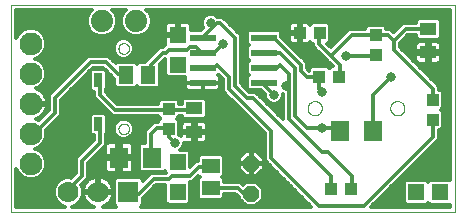
<source format=gtl>
G75*
%MOIN*%
%OFA0B0*%
%FSLAX25Y25*%
%IPPOS*%
%LPD*%
%AMOC8*
5,1,8,0,0,1.08239X$1,22.5*
%
%ADD10C,0.00100*%
%ADD11R,0.05118X0.05906*%
%ADD12OC8,0.05200*%
%ADD13R,0.05906X0.05118*%
%ADD14C,0.07000*%
%ADD15R,0.07000X0.07000*%
%ADD16C,0.00000*%
%ADD17C,0.07400*%
%ADD18C,0.07600*%
%ADD19R,0.05543X0.05543*%
%ADD20R,0.06299X0.07087*%
%ADD21R,0.05512X0.04331*%
%ADD22R,0.08661X0.02362*%
%ADD23R,0.04331X0.03937*%
%ADD24R,0.03937X0.04331*%
%ADD25R,0.02756X0.04724*%
%ADD26C,0.01200*%
%ADD27C,0.03150*%
D10*
X0002600Y0004600D02*
X0002600Y0073600D01*
X0150600Y0073600D01*
X0150600Y0004600D01*
X0002600Y0004600D01*
D11*
X0040860Y0050100D03*
X0048340Y0050100D03*
D12*
X0082600Y0020600D03*
X0082600Y0010600D03*
D13*
X0069100Y0012360D03*
X0069100Y0019840D03*
D14*
X0031600Y0011100D03*
X0021600Y0011100D03*
D15*
X0041600Y0011100D03*
D16*
X0038328Y0032214D02*
X0038330Y0032298D01*
X0038336Y0032381D01*
X0038346Y0032464D01*
X0038360Y0032547D01*
X0038377Y0032629D01*
X0038399Y0032710D01*
X0038424Y0032789D01*
X0038453Y0032868D01*
X0038486Y0032945D01*
X0038522Y0033020D01*
X0038562Y0033094D01*
X0038605Y0033166D01*
X0038652Y0033235D01*
X0038702Y0033302D01*
X0038755Y0033367D01*
X0038811Y0033429D01*
X0038869Y0033489D01*
X0038931Y0033546D01*
X0038995Y0033599D01*
X0039062Y0033650D01*
X0039131Y0033697D01*
X0039202Y0033742D01*
X0039275Y0033782D01*
X0039350Y0033819D01*
X0039427Y0033853D01*
X0039505Y0033883D01*
X0039584Y0033909D01*
X0039665Y0033932D01*
X0039747Y0033950D01*
X0039829Y0033965D01*
X0039912Y0033976D01*
X0039995Y0033983D01*
X0040079Y0033986D01*
X0040163Y0033985D01*
X0040246Y0033980D01*
X0040330Y0033971D01*
X0040412Y0033958D01*
X0040494Y0033942D01*
X0040575Y0033921D01*
X0040656Y0033897D01*
X0040734Y0033869D01*
X0040812Y0033837D01*
X0040888Y0033801D01*
X0040962Y0033762D01*
X0041034Y0033720D01*
X0041104Y0033674D01*
X0041172Y0033625D01*
X0041237Y0033573D01*
X0041300Y0033518D01*
X0041360Y0033460D01*
X0041418Y0033399D01*
X0041472Y0033335D01*
X0041524Y0033269D01*
X0041572Y0033201D01*
X0041617Y0033130D01*
X0041658Y0033057D01*
X0041697Y0032983D01*
X0041731Y0032907D01*
X0041762Y0032829D01*
X0041789Y0032750D01*
X0041813Y0032669D01*
X0041832Y0032588D01*
X0041848Y0032506D01*
X0041860Y0032423D01*
X0041868Y0032339D01*
X0041872Y0032256D01*
X0041872Y0032172D01*
X0041868Y0032089D01*
X0041860Y0032005D01*
X0041848Y0031922D01*
X0041832Y0031840D01*
X0041813Y0031759D01*
X0041789Y0031678D01*
X0041762Y0031599D01*
X0041731Y0031521D01*
X0041697Y0031445D01*
X0041658Y0031371D01*
X0041617Y0031298D01*
X0041572Y0031227D01*
X0041524Y0031159D01*
X0041472Y0031093D01*
X0041418Y0031029D01*
X0041360Y0030968D01*
X0041300Y0030910D01*
X0041237Y0030855D01*
X0041172Y0030803D01*
X0041104Y0030754D01*
X0041034Y0030708D01*
X0040962Y0030666D01*
X0040888Y0030627D01*
X0040812Y0030591D01*
X0040734Y0030559D01*
X0040656Y0030531D01*
X0040575Y0030507D01*
X0040494Y0030486D01*
X0040412Y0030470D01*
X0040330Y0030457D01*
X0040246Y0030448D01*
X0040163Y0030443D01*
X0040079Y0030442D01*
X0039995Y0030445D01*
X0039912Y0030452D01*
X0039829Y0030463D01*
X0039747Y0030478D01*
X0039665Y0030496D01*
X0039584Y0030519D01*
X0039505Y0030545D01*
X0039427Y0030575D01*
X0039350Y0030609D01*
X0039275Y0030646D01*
X0039202Y0030686D01*
X0039131Y0030731D01*
X0039062Y0030778D01*
X0038995Y0030829D01*
X0038931Y0030882D01*
X0038869Y0030939D01*
X0038811Y0030999D01*
X0038755Y0031061D01*
X0038702Y0031126D01*
X0038652Y0031193D01*
X0038605Y0031262D01*
X0038562Y0031334D01*
X0038522Y0031408D01*
X0038486Y0031483D01*
X0038453Y0031560D01*
X0038424Y0031639D01*
X0038399Y0031718D01*
X0038377Y0031799D01*
X0038360Y0031881D01*
X0038346Y0031964D01*
X0038336Y0032047D01*
X0038330Y0032130D01*
X0038328Y0032214D01*
X0038328Y0058986D02*
X0038330Y0059070D01*
X0038336Y0059153D01*
X0038346Y0059236D01*
X0038360Y0059319D01*
X0038377Y0059401D01*
X0038399Y0059482D01*
X0038424Y0059561D01*
X0038453Y0059640D01*
X0038486Y0059717D01*
X0038522Y0059792D01*
X0038562Y0059866D01*
X0038605Y0059938D01*
X0038652Y0060007D01*
X0038702Y0060074D01*
X0038755Y0060139D01*
X0038811Y0060201D01*
X0038869Y0060261D01*
X0038931Y0060318D01*
X0038995Y0060371D01*
X0039062Y0060422D01*
X0039131Y0060469D01*
X0039202Y0060514D01*
X0039275Y0060554D01*
X0039350Y0060591D01*
X0039427Y0060625D01*
X0039505Y0060655D01*
X0039584Y0060681D01*
X0039665Y0060704D01*
X0039747Y0060722D01*
X0039829Y0060737D01*
X0039912Y0060748D01*
X0039995Y0060755D01*
X0040079Y0060758D01*
X0040163Y0060757D01*
X0040246Y0060752D01*
X0040330Y0060743D01*
X0040412Y0060730D01*
X0040494Y0060714D01*
X0040575Y0060693D01*
X0040656Y0060669D01*
X0040734Y0060641D01*
X0040812Y0060609D01*
X0040888Y0060573D01*
X0040962Y0060534D01*
X0041034Y0060492D01*
X0041104Y0060446D01*
X0041172Y0060397D01*
X0041237Y0060345D01*
X0041300Y0060290D01*
X0041360Y0060232D01*
X0041418Y0060171D01*
X0041472Y0060107D01*
X0041524Y0060041D01*
X0041572Y0059973D01*
X0041617Y0059902D01*
X0041658Y0059829D01*
X0041697Y0059755D01*
X0041731Y0059679D01*
X0041762Y0059601D01*
X0041789Y0059522D01*
X0041813Y0059441D01*
X0041832Y0059360D01*
X0041848Y0059278D01*
X0041860Y0059195D01*
X0041868Y0059111D01*
X0041872Y0059028D01*
X0041872Y0058944D01*
X0041868Y0058861D01*
X0041860Y0058777D01*
X0041848Y0058694D01*
X0041832Y0058612D01*
X0041813Y0058531D01*
X0041789Y0058450D01*
X0041762Y0058371D01*
X0041731Y0058293D01*
X0041697Y0058217D01*
X0041658Y0058143D01*
X0041617Y0058070D01*
X0041572Y0057999D01*
X0041524Y0057931D01*
X0041472Y0057865D01*
X0041418Y0057801D01*
X0041360Y0057740D01*
X0041300Y0057682D01*
X0041237Y0057627D01*
X0041172Y0057575D01*
X0041104Y0057526D01*
X0041034Y0057480D01*
X0040962Y0057438D01*
X0040888Y0057399D01*
X0040812Y0057363D01*
X0040734Y0057331D01*
X0040656Y0057303D01*
X0040575Y0057279D01*
X0040494Y0057258D01*
X0040412Y0057242D01*
X0040330Y0057229D01*
X0040246Y0057220D01*
X0040163Y0057215D01*
X0040079Y0057214D01*
X0039995Y0057217D01*
X0039912Y0057224D01*
X0039829Y0057235D01*
X0039747Y0057250D01*
X0039665Y0057268D01*
X0039584Y0057291D01*
X0039505Y0057317D01*
X0039427Y0057347D01*
X0039350Y0057381D01*
X0039275Y0057418D01*
X0039202Y0057458D01*
X0039131Y0057503D01*
X0039062Y0057550D01*
X0038995Y0057601D01*
X0038931Y0057654D01*
X0038869Y0057711D01*
X0038811Y0057771D01*
X0038755Y0057833D01*
X0038702Y0057898D01*
X0038652Y0057965D01*
X0038605Y0058034D01*
X0038562Y0058106D01*
X0038522Y0058180D01*
X0038486Y0058255D01*
X0038453Y0058332D01*
X0038424Y0058411D01*
X0038399Y0058490D01*
X0038377Y0058571D01*
X0038360Y0058653D01*
X0038346Y0058736D01*
X0038336Y0058819D01*
X0038330Y0058902D01*
X0038328Y0058986D01*
X0101380Y0039072D02*
X0101382Y0039169D01*
X0101388Y0039266D01*
X0101398Y0039362D01*
X0101412Y0039458D01*
X0101430Y0039554D01*
X0101451Y0039648D01*
X0101477Y0039742D01*
X0101506Y0039834D01*
X0101540Y0039925D01*
X0101576Y0040015D01*
X0101617Y0040103D01*
X0101661Y0040189D01*
X0101709Y0040274D01*
X0101760Y0040356D01*
X0101814Y0040437D01*
X0101872Y0040515D01*
X0101933Y0040590D01*
X0101996Y0040663D01*
X0102063Y0040734D01*
X0102133Y0040801D01*
X0102205Y0040866D01*
X0102280Y0040927D01*
X0102358Y0040986D01*
X0102437Y0041041D01*
X0102519Y0041093D01*
X0102603Y0041141D01*
X0102689Y0041186D01*
X0102777Y0041228D01*
X0102866Y0041266D01*
X0102957Y0041300D01*
X0103049Y0041330D01*
X0103142Y0041357D01*
X0103237Y0041379D01*
X0103332Y0041398D01*
X0103428Y0041413D01*
X0103524Y0041424D01*
X0103621Y0041431D01*
X0103718Y0041434D01*
X0103815Y0041433D01*
X0103912Y0041428D01*
X0104008Y0041419D01*
X0104104Y0041406D01*
X0104200Y0041389D01*
X0104295Y0041368D01*
X0104388Y0041344D01*
X0104481Y0041315D01*
X0104573Y0041283D01*
X0104663Y0041247D01*
X0104751Y0041208D01*
X0104838Y0041164D01*
X0104923Y0041118D01*
X0105006Y0041067D01*
X0105087Y0041014D01*
X0105165Y0040957D01*
X0105242Y0040897D01*
X0105315Y0040834D01*
X0105386Y0040768D01*
X0105454Y0040699D01*
X0105520Y0040627D01*
X0105582Y0040553D01*
X0105641Y0040476D01*
X0105697Y0040397D01*
X0105750Y0040315D01*
X0105800Y0040232D01*
X0105845Y0040146D01*
X0105888Y0040059D01*
X0105927Y0039970D01*
X0105962Y0039880D01*
X0105993Y0039788D01*
X0106020Y0039695D01*
X0106044Y0039601D01*
X0106064Y0039506D01*
X0106080Y0039410D01*
X0106092Y0039314D01*
X0106100Y0039217D01*
X0106104Y0039120D01*
X0106104Y0039024D01*
X0106100Y0038927D01*
X0106092Y0038830D01*
X0106080Y0038734D01*
X0106064Y0038638D01*
X0106044Y0038543D01*
X0106020Y0038449D01*
X0105993Y0038356D01*
X0105962Y0038264D01*
X0105927Y0038174D01*
X0105888Y0038085D01*
X0105845Y0037998D01*
X0105800Y0037912D01*
X0105750Y0037829D01*
X0105697Y0037747D01*
X0105641Y0037668D01*
X0105582Y0037591D01*
X0105520Y0037517D01*
X0105454Y0037445D01*
X0105386Y0037376D01*
X0105315Y0037310D01*
X0105242Y0037247D01*
X0105165Y0037187D01*
X0105087Y0037130D01*
X0105006Y0037077D01*
X0104923Y0037026D01*
X0104838Y0036980D01*
X0104751Y0036936D01*
X0104663Y0036897D01*
X0104573Y0036861D01*
X0104481Y0036829D01*
X0104388Y0036800D01*
X0104295Y0036776D01*
X0104200Y0036755D01*
X0104104Y0036738D01*
X0104008Y0036725D01*
X0103912Y0036716D01*
X0103815Y0036711D01*
X0103718Y0036710D01*
X0103621Y0036713D01*
X0103524Y0036720D01*
X0103428Y0036731D01*
X0103332Y0036746D01*
X0103237Y0036765D01*
X0103142Y0036787D01*
X0103049Y0036814D01*
X0102957Y0036844D01*
X0102866Y0036878D01*
X0102777Y0036916D01*
X0102689Y0036958D01*
X0102603Y0037003D01*
X0102519Y0037051D01*
X0102437Y0037103D01*
X0102358Y0037158D01*
X0102280Y0037217D01*
X0102205Y0037278D01*
X0102133Y0037343D01*
X0102063Y0037410D01*
X0101996Y0037481D01*
X0101933Y0037554D01*
X0101872Y0037629D01*
X0101814Y0037707D01*
X0101760Y0037788D01*
X0101709Y0037870D01*
X0101661Y0037955D01*
X0101617Y0038041D01*
X0101576Y0038129D01*
X0101540Y0038219D01*
X0101506Y0038310D01*
X0101477Y0038402D01*
X0101451Y0038496D01*
X0101430Y0038590D01*
X0101412Y0038686D01*
X0101398Y0038782D01*
X0101388Y0038878D01*
X0101382Y0038975D01*
X0101380Y0039072D01*
X0128939Y0039072D02*
X0128941Y0039169D01*
X0128947Y0039266D01*
X0128957Y0039362D01*
X0128971Y0039458D01*
X0128989Y0039554D01*
X0129010Y0039648D01*
X0129036Y0039742D01*
X0129065Y0039834D01*
X0129099Y0039925D01*
X0129135Y0040015D01*
X0129176Y0040103D01*
X0129220Y0040189D01*
X0129268Y0040274D01*
X0129319Y0040356D01*
X0129373Y0040437D01*
X0129431Y0040515D01*
X0129492Y0040590D01*
X0129555Y0040663D01*
X0129622Y0040734D01*
X0129692Y0040801D01*
X0129764Y0040866D01*
X0129839Y0040927D01*
X0129917Y0040986D01*
X0129996Y0041041D01*
X0130078Y0041093D01*
X0130162Y0041141D01*
X0130248Y0041186D01*
X0130336Y0041228D01*
X0130425Y0041266D01*
X0130516Y0041300D01*
X0130608Y0041330D01*
X0130701Y0041357D01*
X0130796Y0041379D01*
X0130891Y0041398D01*
X0130987Y0041413D01*
X0131083Y0041424D01*
X0131180Y0041431D01*
X0131277Y0041434D01*
X0131374Y0041433D01*
X0131471Y0041428D01*
X0131567Y0041419D01*
X0131663Y0041406D01*
X0131759Y0041389D01*
X0131854Y0041368D01*
X0131947Y0041344D01*
X0132040Y0041315D01*
X0132132Y0041283D01*
X0132222Y0041247D01*
X0132310Y0041208D01*
X0132397Y0041164D01*
X0132482Y0041118D01*
X0132565Y0041067D01*
X0132646Y0041014D01*
X0132724Y0040957D01*
X0132801Y0040897D01*
X0132874Y0040834D01*
X0132945Y0040768D01*
X0133013Y0040699D01*
X0133079Y0040627D01*
X0133141Y0040553D01*
X0133200Y0040476D01*
X0133256Y0040397D01*
X0133309Y0040315D01*
X0133359Y0040232D01*
X0133404Y0040146D01*
X0133447Y0040059D01*
X0133486Y0039970D01*
X0133521Y0039880D01*
X0133552Y0039788D01*
X0133579Y0039695D01*
X0133603Y0039601D01*
X0133623Y0039506D01*
X0133639Y0039410D01*
X0133651Y0039314D01*
X0133659Y0039217D01*
X0133663Y0039120D01*
X0133663Y0039024D01*
X0133659Y0038927D01*
X0133651Y0038830D01*
X0133639Y0038734D01*
X0133623Y0038638D01*
X0133603Y0038543D01*
X0133579Y0038449D01*
X0133552Y0038356D01*
X0133521Y0038264D01*
X0133486Y0038174D01*
X0133447Y0038085D01*
X0133404Y0037998D01*
X0133359Y0037912D01*
X0133309Y0037829D01*
X0133256Y0037747D01*
X0133200Y0037668D01*
X0133141Y0037591D01*
X0133079Y0037517D01*
X0133013Y0037445D01*
X0132945Y0037376D01*
X0132874Y0037310D01*
X0132801Y0037247D01*
X0132724Y0037187D01*
X0132646Y0037130D01*
X0132565Y0037077D01*
X0132482Y0037026D01*
X0132397Y0036980D01*
X0132310Y0036936D01*
X0132222Y0036897D01*
X0132132Y0036861D01*
X0132040Y0036829D01*
X0131947Y0036800D01*
X0131854Y0036776D01*
X0131759Y0036755D01*
X0131663Y0036738D01*
X0131567Y0036725D01*
X0131471Y0036716D01*
X0131374Y0036711D01*
X0131277Y0036710D01*
X0131180Y0036713D01*
X0131083Y0036720D01*
X0130987Y0036731D01*
X0130891Y0036746D01*
X0130796Y0036765D01*
X0130701Y0036787D01*
X0130608Y0036814D01*
X0130516Y0036844D01*
X0130425Y0036878D01*
X0130336Y0036916D01*
X0130248Y0036958D01*
X0130162Y0037003D01*
X0130078Y0037051D01*
X0129996Y0037103D01*
X0129917Y0037158D01*
X0129839Y0037217D01*
X0129764Y0037278D01*
X0129692Y0037343D01*
X0129622Y0037410D01*
X0129555Y0037481D01*
X0129492Y0037554D01*
X0129431Y0037629D01*
X0129373Y0037707D01*
X0129319Y0037788D01*
X0129268Y0037870D01*
X0129220Y0037955D01*
X0129176Y0038041D01*
X0129135Y0038129D01*
X0129099Y0038219D01*
X0129065Y0038310D01*
X0129036Y0038402D01*
X0129010Y0038496D01*
X0128989Y0038590D01*
X0128971Y0038686D01*
X0128957Y0038782D01*
X0128947Y0038878D01*
X0128941Y0038975D01*
X0128939Y0039072D01*
D17*
X0044300Y0068100D03*
X0032900Y0068100D03*
D18*
X0009100Y0060600D03*
X0009100Y0050600D03*
X0009100Y0040600D03*
X0009100Y0030600D03*
X0009100Y0020600D03*
D19*
X0058100Y0021100D03*
X0058100Y0011100D03*
X0137600Y0011100D03*
X0145600Y0011100D03*
X0058100Y0053600D03*
X0058100Y0063600D03*
D20*
X0112088Y0031600D03*
X0123112Y0031600D03*
X0049612Y0022600D03*
X0038588Y0022600D03*
D21*
X0063600Y0031163D03*
X0063600Y0039037D03*
X0141600Y0057663D03*
X0141600Y0065537D03*
D22*
X0086836Y0062600D03*
X0086836Y0057600D03*
X0086836Y0052600D03*
X0086836Y0047600D03*
X0066364Y0047600D03*
X0066364Y0052600D03*
X0066364Y0057600D03*
X0066364Y0062600D03*
D23*
X0055100Y0038946D03*
X0055100Y0032254D03*
X0124100Y0056754D03*
X0124100Y0063446D03*
X0143100Y0041946D03*
X0143100Y0035254D03*
D24*
X0111946Y0049600D03*
X0105254Y0049600D03*
X0105446Y0064100D03*
X0098754Y0064100D03*
X0109254Y0012100D03*
X0115946Y0012100D03*
D25*
X0031600Y0033817D03*
X0031600Y0048383D03*
D26*
X0032100Y0047600D01*
X0032100Y0043600D01*
X0037100Y0038600D01*
X0055100Y0038600D01*
X0055100Y0038946D01*
X0055100Y0038600D02*
X0063100Y0038600D01*
X0063600Y0039037D01*
X0067756Y0039357D02*
X0078515Y0039357D01*
X0079713Y0038158D02*
X0067756Y0038158D01*
X0067756Y0036960D02*
X0080912Y0036960D01*
X0082110Y0035761D02*
X0067225Y0035761D01*
X0066936Y0035472D02*
X0067756Y0036292D01*
X0067756Y0041782D01*
X0066936Y0042602D01*
X0060264Y0042602D01*
X0059444Y0041782D01*
X0059444Y0040600D01*
X0058665Y0040600D01*
X0058665Y0041495D01*
X0057845Y0042315D01*
X0052355Y0042315D01*
X0051535Y0041495D01*
X0051535Y0040600D01*
X0037928Y0040600D01*
X0034100Y0044428D01*
X0034100Y0045163D01*
X0034378Y0045441D01*
X0034378Y0051326D01*
X0033558Y0052146D01*
X0029642Y0052146D01*
X0028822Y0051326D01*
X0028822Y0045441D01*
X0029642Y0044621D01*
X0030100Y0044621D01*
X0030100Y0042772D01*
X0035100Y0037772D01*
X0036272Y0036600D01*
X0051535Y0036600D01*
X0051535Y0036398D01*
X0052333Y0035600D01*
X0051535Y0034802D01*
X0051535Y0034600D01*
X0050272Y0034600D01*
X0048272Y0032600D01*
X0047100Y0031428D01*
X0047100Y0027543D01*
X0045882Y0027543D01*
X0045062Y0026723D01*
X0045062Y0018477D01*
X0045882Y0017657D01*
X0053341Y0017657D01*
X0053928Y0018244D01*
X0053928Y0017748D01*
X0054077Y0017600D01*
X0049272Y0017600D01*
X0046500Y0014828D01*
X0046500Y0015180D01*
X0045680Y0016000D01*
X0037520Y0016000D01*
X0036700Y0015180D01*
X0036700Y0007020D01*
X0037470Y0006250D01*
X0033177Y0006250D01*
X0033558Y0006374D01*
X0034273Y0006738D01*
X0034922Y0007210D01*
X0035490Y0007778D01*
X0035962Y0008427D01*
X0036326Y0009142D01*
X0036574Y0009906D01*
X0036700Y0010699D01*
X0036700Y0010814D01*
X0031886Y0010814D01*
X0031886Y0011386D01*
X0031314Y0011386D01*
X0031314Y0016200D01*
X0031199Y0016200D01*
X0030406Y0016074D01*
X0029642Y0015826D01*
X0028927Y0015462D01*
X0028278Y0014990D01*
X0027710Y0014422D01*
X0027238Y0013773D01*
X0026874Y0013058D01*
X0026626Y0012294D01*
X0026500Y0011501D01*
X0026500Y0011386D01*
X0031314Y0011386D01*
X0031314Y0010814D01*
X0026500Y0010814D01*
X0026500Y0010699D01*
X0026626Y0009906D01*
X0026874Y0009142D01*
X0027238Y0008427D01*
X0027710Y0007778D01*
X0028278Y0007210D01*
X0028927Y0006738D01*
X0029642Y0006374D01*
X0030023Y0006250D01*
X0022695Y0006250D01*
X0024376Y0006946D01*
X0025754Y0008324D01*
X0026500Y0010125D01*
X0026500Y0012075D01*
X0025886Y0013557D01*
X0028100Y0015772D01*
X0028100Y0020772D01*
X0033896Y0026567D01*
X0033839Y0026354D01*
X0033839Y0023200D01*
X0037988Y0023200D01*
X0037988Y0022000D01*
X0033839Y0022000D01*
X0033839Y0018846D01*
X0033948Y0018439D01*
X0034158Y0018074D01*
X0034456Y0017776D01*
X0034821Y0017566D01*
X0035228Y0017457D01*
X0037988Y0017457D01*
X0037988Y0022000D01*
X0039188Y0022000D01*
X0039188Y0017457D01*
X0041948Y0017457D01*
X0042355Y0017566D01*
X0042720Y0017776D01*
X0043018Y0018074D01*
X0043229Y0018439D01*
X0043338Y0018846D01*
X0043338Y0022000D01*
X0039188Y0022000D01*
X0039188Y0023200D01*
X0037988Y0023200D01*
X0037988Y0027743D01*
X0035228Y0027743D01*
X0034821Y0027634D01*
X0034456Y0027424D01*
X0034158Y0027126D01*
X0034100Y0027025D01*
X0034100Y0030596D01*
X0034378Y0030874D01*
X0034378Y0036759D01*
X0033558Y0037579D01*
X0029642Y0037579D01*
X0028822Y0036759D01*
X0028822Y0030874D01*
X0029642Y0030054D01*
X0030100Y0030054D01*
X0030100Y0028428D01*
X0025272Y0023600D01*
X0025272Y0023600D01*
X0024100Y0022428D01*
X0024100Y0017428D01*
X0022643Y0015972D01*
X0022575Y0016000D01*
X0020625Y0016000D01*
X0018824Y0015254D01*
X0017446Y0013876D01*
X0016700Y0012075D01*
X0016700Y0010125D01*
X0017446Y0008324D01*
X0018824Y0006946D01*
X0020505Y0006250D01*
X0004250Y0006250D01*
X0004250Y0018721D01*
X0004692Y0017654D01*
X0006154Y0016192D01*
X0008066Y0015400D01*
X0010134Y0015400D01*
X0012046Y0016192D01*
X0013508Y0017654D01*
X0014300Y0019566D01*
X0014300Y0021634D01*
X0013508Y0023546D01*
X0012046Y0025008D01*
X0010617Y0025600D01*
X0012046Y0026192D01*
X0013508Y0027654D01*
X0014300Y0029566D01*
X0014300Y0031634D01*
X0014201Y0031873D01*
X0019100Y0036772D01*
X0019100Y0041772D01*
X0029928Y0052600D01*
X0033272Y0052600D01*
X0036901Y0048971D01*
X0036901Y0046567D01*
X0037721Y0045747D01*
X0043999Y0045747D01*
X0044600Y0046348D01*
X0045201Y0045747D01*
X0051479Y0045747D01*
X0052299Y0046567D01*
X0052299Y0053633D01*
X0052130Y0053802D01*
X0053928Y0055600D01*
X0053928Y0050248D01*
X0054748Y0049428D01*
X0060559Y0049428D01*
X0060542Y0049399D01*
X0060433Y0048992D01*
X0060433Y0047600D01*
X0066364Y0047600D01*
X0072294Y0047600D01*
X0072294Y0048992D01*
X0072185Y0049399D01*
X0071975Y0049764D01*
X0071677Y0050061D01*
X0071449Y0050193D01*
X0071564Y0050308D01*
X0073100Y0048772D01*
X0073100Y0044772D01*
X0074272Y0043600D01*
X0087100Y0030772D01*
X0087100Y0021772D01*
X0088272Y0020600D01*
X0102622Y0006250D01*
X0045730Y0006250D01*
X0046500Y0007020D01*
X0046500Y0009172D01*
X0047100Y0009772D01*
X0050928Y0013600D01*
X0053928Y0013600D01*
X0053928Y0007748D01*
X0054748Y0006928D01*
X0061452Y0006928D01*
X0062272Y0007748D01*
X0062272Y0014452D01*
X0062123Y0014600D01*
X0062928Y0014600D01*
X0064100Y0015772D01*
X0064888Y0016560D01*
X0065348Y0016100D01*
X0064747Y0015499D01*
X0064747Y0009221D01*
X0065567Y0008401D01*
X0072633Y0008401D01*
X0073453Y0009221D01*
X0073453Y0010600D01*
X0077272Y0010600D01*
X0078100Y0009772D01*
X0078600Y0009272D01*
X0078600Y0008943D01*
X0080943Y0006600D01*
X0084257Y0006600D01*
X0086600Y0008943D01*
X0086600Y0012257D01*
X0084257Y0014600D01*
X0080943Y0014600D01*
X0079936Y0013593D01*
X0078928Y0014600D01*
X0073453Y0014600D01*
X0073453Y0015499D01*
X0072852Y0016100D01*
X0073453Y0016701D01*
X0073453Y0022979D01*
X0072633Y0023799D01*
X0065567Y0023799D01*
X0064747Y0022979D01*
X0064747Y0021600D01*
X0064272Y0021600D01*
X0062272Y0019600D01*
X0062272Y0024452D01*
X0061452Y0025272D01*
X0058979Y0025272D01*
X0059622Y0025915D01*
X0060075Y0027008D01*
X0060075Y0027594D01*
X0060227Y0027507D01*
X0060633Y0027398D01*
X0063117Y0027398D01*
X0063117Y0030680D01*
X0064083Y0030680D01*
X0064083Y0031646D01*
X0063117Y0031646D01*
X0063117Y0034928D01*
X0060633Y0034928D01*
X0060227Y0034819D01*
X0059862Y0034609D01*
X0059564Y0034311D01*
X0059353Y0033946D01*
X0059244Y0033539D01*
X0059244Y0031646D01*
X0063117Y0031646D01*
X0063117Y0030680D01*
X0059244Y0030680D01*
X0059244Y0029663D01*
X0058785Y0030122D01*
X0058665Y0030172D01*
X0058665Y0034802D01*
X0057867Y0035600D01*
X0058665Y0036398D01*
X0058665Y0036600D01*
X0059444Y0036600D01*
X0059444Y0036292D01*
X0060264Y0035472D01*
X0066936Y0035472D01*
X0066973Y0034819D02*
X0066567Y0034928D01*
X0064083Y0034928D01*
X0064083Y0031646D01*
X0067956Y0031646D01*
X0067956Y0033539D01*
X0067847Y0033946D01*
X0067636Y0034311D01*
X0067338Y0034609D01*
X0066973Y0034819D01*
X0067384Y0034563D02*
X0083309Y0034563D01*
X0084507Y0033364D02*
X0067956Y0033364D01*
X0067956Y0032166D02*
X0085706Y0032166D01*
X0086904Y0030967D02*
X0064083Y0030967D01*
X0064083Y0030680D02*
X0067956Y0030680D01*
X0067956Y0028787D01*
X0067847Y0028380D01*
X0067636Y0028015D01*
X0067338Y0027717D01*
X0066973Y0027507D01*
X0066567Y0027398D01*
X0064083Y0027398D01*
X0064083Y0030680D01*
X0064083Y0029769D02*
X0063117Y0029769D01*
X0063117Y0030967D02*
X0058665Y0030967D01*
X0059139Y0029769D02*
X0059244Y0029769D01*
X0057100Y0027600D02*
X0055100Y0029600D01*
X0055100Y0032254D01*
X0055100Y0032600D01*
X0051100Y0032600D01*
X0049100Y0030600D01*
X0049100Y0022600D01*
X0049612Y0022600D01*
X0045062Y0022578D02*
X0039188Y0022578D01*
X0039188Y0023200D02*
X0043338Y0023200D01*
X0043338Y0026354D01*
X0043229Y0026761D01*
X0043018Y0027126D01*
X0042720Y0027424D01*
X0042355Y0027634D01*
X0041948Y0027743D01*
X0039188Y0027743D01*
X0039188Y0023200D01*
X0039188Y0023776D02*
X0037988Y0023776D01*
X0037988Y0024975D02*
X0039188Y0024975D01*
X0039188Y0026173D02*
X0037988Y0026173D01*
X0037988Y0027372D02*
X0039188Y0027372D01*
X0039429Y0028843D02*
X0038190Y0029356D01*
X0037242Y0030304D01*
X0036728Y0031544D01*
X0036728Y0032885D01*
X0037242Y0034124D01*
X0038190Y0035073D01*
X0039429Y0035586D01*
X0040771Y0035586D01*
X0042010Y0035073D01*
X0042958Y0034124D01*
X0043472Y0032885D01*
X0043472Y0031544D01*
X0042958Y0030304D01*
X0042010Y0029356D01*
X0040771Y0028843D01*
X0039429Y0028843D01*
X0037777Y0029769D02*
X0034100Y0029769D01*
X0034378Y0030967D02*
X0036967Y0030967D01*
X0036728Y0032166D02*
X0034378Y0032166D01*
X0034378Y0033364D02*
X0036927Y0033364D01*
X0037680Y0034563D02*
X0034378Y0034563D01*
X0034378Y0035761D02*
X0052171Y0035761D01*
X0050234Y0034563D02*
X0042520Y0034563D01*
X0043273Y0033364D02*
X0049036Y0033364D01*
X0047837Y0032166D02*
X0043472Y0032166D01*
X0043233Y0030967D02*
X0047100Y0030967D01*
X0047100Y0029769D02*
X0042423Y0029769D01*
X0042772Y0027372D02*
X0045711Y0027372D01*
X0045062Y0026173D02*
X0043338Y0026173D01*
X0043338Y0024975D02*
X0045062Y0024975D01*
X0045062Y0023776D02*
X0043338Y0023776D01*
X0043338Y0021379D02*
X0045062Y0021379D01*
X0045062Y0020181D02*
X0043338Y0020181D01*
X0043338Y0018982D02*
X0045062Y0018982D01*
X0045755Y0017784D02*
X0042727Y0017784D01*
X0039188Y0017784D02*
X0037988Y0017784D01*
X0037988Y0018982D02*
X0039188Y0018982D01*
X0039188Y0020181D02*
X0037988Y0020181D01*
X0037988Y0021379D02*
X0039188Y0021379D01*
X0037988Y0022578D02*
X0029906Y0022578D01*
X0028708Y0021379D02*
X0033839Y0021379D01*
X0033839Y0020181D02*
X0028100Y0020181D01*
X0028100Y0018982D02*
X0033839Y0018982D01*
X0034449Y0017784D02*
X0028100Y0017784D01*
X0028100Y0016585D02*
X0048257Y0016585D01*
X0047058Y0015387D02*
X0046293Y0015387D01*
X0050100Y0015600D02*
X0045100Y0010600D01*
X0042100Y0010600D01*
X0041600Y0011100D01*
X0036700Y0011386D02*
X0036700Y0011501D01*
X0036574Y0012294D01*
X0036326Y0013058D01*
X0035962Y0013773D01*
X0035490Y0014422D01*
X0034922Y0014990D01*
X0034273Y0015462D01*
X0033558Y0015826D01*
X0032794Y0016074D01*
X0032001Y0016200D01*
X0031886Y0016200D01*
X0031886Y0011386D01*
X0036700Y0011386D01*
X0036700Y0011791D02*
X0036654Y0011791D01*
X0036700Y0012990D02*
X0036348Y0012990D01*
X0036700Y0014188D02*
X0035660Y0014188D01*
X0036907Y0015387D02*
X0034377Y0015387D01*
X0031886Y0015387D02*
X0031314Y0015387D01*
X0028823Y0015387D02*
X0027715Y0015387D01*
X0026100Y0016600D02*
X0021100Y0011600D01*
X0021600Y0011100D01*
X0017079Y0012990D02*
X0004250Y0012990D01*
X0004250Y0014188D02*
X0017758Y0014188D01*
X0019144Y0015387D02*
X0004250Y0015387D01*
X0004250Y0016585D02*
X0005761Y0016585D01*
X0004638Y0017784D02*
X0004250Y0017784D01*
X0012439Y0016585D02*
X0023257Y0016585D01*
X0024100Y0017784D02*
X0013562Y0017784D01*
X0014058Y0018982D02*
X0024100Y0018982D01*
X0024100Y0020181D02*
X0014300Y0020181D01*
X0014300Y0021379D02*
X0024100Y0021379D01*
X0024249Y0022578D02*
X0013909Y0022578D01*
X0013278Y0023776D02*
X0025448Y0023776D01*
X0026646Y0024975D02*
X0012079Y0024975D01*
X0012001Y0026173D02*
X0027845Y0026173D01*
X0029043Y0027372D02*
X0013226Y0027372D01*
X0013888Y0028570D02*
X0030100Y0028570D01*
X0032100Y0027600D02*
X0026100Y0021600D01*
X0026100Y0016600D01*
X0026516Y0014188D02*
X0027540Y0014188D01*
X0026852Y0012990D02*
X0026121Y0012990D01*
X0026500Y0011791D02*
X0026546Y0011791D01*
X0026500Y0010593D02*
X0026517Y0010593D01*
X0026792Y0009394D02*
X0026197Y0009394D01*
X0025625Y0008196D02*
X0027406Y0008196D01*
X0028571Y0006997D02*
X0024427Y0006997D01*
X0018773Y0006997D02*
X0004250Y0006997D01*
X0004250Y0008196D02*
X0017575Y0008196D01*
X0017003Y0009394D02*
X0004250Y0009394D01*
X0004250Y0010593D02*
X0016700Y0010593D01*
X0016700Y0011791D02*
X0004250Y0011791D01*
X0031314Y0011791D02*
X0031886Y0011791D01*
X0031886Y0012990D02*
X0031314Y0012990D01*
X0031314Y0014188D02*
X0031886Y0014188D01*
X0036683Y0010593D02*
X0036700Y0010593D01*
X0036700Y0009394D02*
X0036408Y0009394D01*
X0036700Y0008196D02*
X0035794Y0008196D01*
X0036723Y0006997D02*
X0034629Y0006997D01*
X0046477Y0006997D02*
X0054680Y0006997D01*
X0053928Y0008196D02*
X0046500Y0008196D01*
X0046722Y0009394D02*
X0053928Y0009394D01*
X0053928Y0010593D02*
X0047921Y0010593D01*
X0049119Y0011791D02*
X0053928Y0011791D01*
X0053928Y0012990D02*
X0050318Y0012990D01*
X0050100Y0015600D02*
X0055100Y0015600D01*
X0056100Y0016600D01*
X0062100Y0016600D01*
X0065100Y0019600D01*
X0069100Y0019600D01*
X0069100Y0019840D01*
X0073453Y0020181D02*
X0078400Y0020181D01*
X0078400Y0020400D02*
X0078400Y0018860D01*
X0080860Y0016400D01*
X0082400Y0016400D01*
X0082400Y0020400D01*
X0078400Y0020400D01*
X0078400Y0020800D02*
X0082400Y0020800D01*
X0082400Y0024800D01*
X0080860Y0024800D01*
X0078400Y0022340D01*
X0078400Y0020800D01*
X0078400Y0021379D02*
X0073453Y0021379D01*
X0073453Y0022578D02*
X0078638Y0022578D01*
X0079836Y0023776D02*
X0072656Y0023776D01*
X0065544Y0023776D02*
X0062272Y0023776D01*
X0061748Y0024975D02*
X0087100Y0024975D01*
X0087100Y0023776D02*
X0085363Y0023776D01*
X0084340Y0024800D02*
X0082800Y0024800D01*
X0082800Y0020800D01*
X0082400Y0020800D01*
X0082400Y0020400D01*
X0082800Y0020400D01*
X0082800Y0020800D01*
X0086800Y0020800D01*
X0086800Y0022340D01*
X0084340Y0024800D01*
X0082800Y0023776D02*
X0082400Y0023776D01*
X0082400Y0022578D02*
X0082800Y0022578D01*
X0082800Y0021379D02*
X0082400Y0021379D01*
X0082800Y0020400D02*
X0086800Y0020400D01*
X0086800Y0018860D01*
X0084340Y0016400D01*
X0082800Y0016400D01*
X0082800Y0020400D01*
X0082800Y0020181D02*
X0082400Y0020181D01*
X0082400Y0018982D02*
X0082800Y0018982D01*
X0082800Y0017784D02*
X0082400Y0017784D01*
X0082400Y0016585D02*
X0082800Y0016585D01*
X0084525Y0016585D02*
X0092286Y0016585D01*
X0093485Y0015387D02*
X0073453Y0015387D01*
X0073337Y0016585D02*
X0080675Y0016585D01*
X0079477Y0017784D02*
X0073453Y0017784D01*
X0073453Y0018982D02*
X0078400Y0018982D01*
X0085723Y0017784D02*
X0091088Y0017784D01*
X0089889Y0018982D02*
X0086800Y0018982D01*
X0086800Y0020181D02*
X0088691Y0020181D01*
X0087492Y0021379D02*
X0086800Y0021379D01*
X0086562Y0022578D02*
X0087100Y0022578D01*
X0089100Y0022600D02*
X0089100Y0031600D01*
X0075100Y0045600D01*
X0075100Y0049600D01*
X0071100Y0053600D01*
X0070100Y0052600D01*
X0066364Y0052600D01*
X0071535Y0050143D02*
X0071728Y0050143D01*
X0072294Y0048945D02*
X0072927Y0048945D01*
X0073100Y0047746D02*
X0072294Y0047746D01*
X0072294Y0047600D02*
X0066364Y0047600D01*
X0066364Y0047600D01*
X0066364Y0044819D01*
X0070905Y0044819D01*
X0071312Y0044928D01*
X0071677Y0045139D01*
X0071975Y0045436D01*
X0072185Y0045801D01*
X0072294Y0046208D01*
X0072294Y0047600D01*
X0072294Y0046548D02*
X0073100Y0046548D01*
X0073100Y0045349D02*
X0071888Y0045349D01*
X0073721Y0044151D02*
X0034378Y0044151D01*
X0034286Y0045349D02*
X0060840Y0045349D01*
X0060753Y0045436D02*
X0061051Y0045139D01*
X0061415Y0044928D01*
X0061822Y0044819D01*
X0066364Y0044819D01*
X0066364Y0047600D01*
X0066364Y0047600D01*
X0060433Y0047600D01*
X0060433Y0046208D01*
X0060542Y0045801D01*
X0060753Y0045436D01*
X0060433Y0046548D02*
X0052280Y0046548D01*
X0052299Y0047746D02*
X0060433Y0047746D01*
X0060433Y0048945D02*
X0052299Y0048945D01*
X0052299Y0050143D02*
X0054033Y0050143D01*
X0053928Y0051342D02*
X0052299Y0051342D01*
X0052299Y0052540D02*
X0053928Y0052540D01*
X0053928Y0053739D02*
X0052193Y0053739D01*
X0053266Y0054937D02*
X0053928Y0054937D01*
X0054100Y0057600D02*
X0053100Y0057600D01*
X0049100Y0053600D01*
X0049100Y0050600D01*
X0048340Y0050100D01*
X0044600Y0053852D02*
X0043999Y0054453D01*
X0037721Y0054453D01*
X0037398Y0054130D01*
X0036100Y0055428D01*
X0034928Y0056600D01*
X0028272Y0056600D01*
X0016272Y0044600D01*
X0015100Y0043428D01*
X0015100Y0038428D01*
X0011787Y0035115D01*
X0010867Y0035496D01*
X0011173Y0035596D01*
X0011930Y0035982D01*
X0012618Y0036481D01*
X0013219Y0037082D01*
X0013718Y0037770D01*
X0014104Y0038527D01*
X0014367Y0039335D01*
X0014500Y0040175D01*
X0014500Y0040216D01*
X0009484Y0040216D01*
X0009484Y0040984D01*
X0014500Y0040984D01*
X0014500Y0041025D01*
X0014367Y0041865D01*
X0014104Y0042673D01*
X0013718Y0043430D01*
X0013219Y0044118D01*
X0012618Y0044719D01*
X0011930Y0045218D01*
X0011173Y0045604D01*
X0010867Y0045704D01*
X0012046Y0046192D01*
X0013508Y0047654D01*
X0014300Y0049566D01*
X0014300Y0051634D01*
X0013508Y0053546D01*
X0012046Y0055008D01*
X0010617Y0055600D01*
X0012046Y0056192D01*
X0013508Y0057654D01*
X0014300Y0059566D01*
X0014300Y0061634D01*
X0013508Y0063546D01*
X0012046Y0065008D01*
X0010134Y0065800D01*
X0008066Y0065800D01*
X0006154Y0065008D01*
X0004692Y0063546D01*
X0004250Y0062479D01*
X0004250Y0071950D01*
X0029538Y0071950D01*
X0028576Y0070989D01*
X0027800Y0069114D01*
X0027800Y0067086D01*
X0028576Y0065211D01*
X0030011Y0063776D01*
X0031886Y0063000D01*
X0033914Y0063000D01*
X0035789Y0063776D01*
X0037224Y0065211D01*
X0038000Y0067086D01*
X0038000Y0069114D01*
X0037224Y0070989D01*
X0036262Y0071950D01*
X0040938Y0071950D01*
X0039976Y0070989D01*
X0039200Y0069114D01*
X0039200Y0067086D01*
X0039976Y0065211D01*
X0041411Y0063776D01*
X0043286Y0063000D01*
X0045314Y0063000D01*
X0047189Y0063776D01*
X0048624Y0065211D01*
X0049400Y0067086D01*
X0049400Y0069114D01*
X0048624Y0070989D01*
X0047662Y0071950D01*
X0148950Y0071950D01*
X0148950Y0015272D01*
X0142248Y0015272D01*
X0141600Y0014623D01*
X0140952Y0015272D01*
X0134248Y0015272D01*
X0133428Y0014452D01*
X0133428Y0007748D01*
X0134248Y0006928D01*
X0140952Y0006928D01*
X0141600Y0007577D01*
X0142248Y0006928D01*
X0148950Y0006928D01*
X0148950Y0006250D01*
X0122578Y0006250D01*
X0145100Y0028772D01*
X0145100Y0031885D01*
X0145845Y0031885D01*
X0146665Y0032705D01*
X0146665Y0037802D01*
X0145867Y0038600D01*
X0146665Y0039398D01*
X0146665Y0044495D01*
X0145845Y0045315D01*
X0145100Y0045315D01*
X0145100Y0046428D01*
X0132100Y0059428D01*
X0132100Y0060772D01*
X0134928Y0063600D01*
X0137444Y0063600D01*
X0137444Y0062792D01*
X0138264Y0061972D01*
X0144936Y0061972D01*
X0145756Y0062792D01*
X0145756Y0068282D01*
X0144936Y0069102D01*
X0138264Y0069102D01*
X0137444Y0068282D01*
X0137444Y0067600D01*
X0133272Y0067600D01*
X0130100Y0064428D01*
X0130100Y0064428D01*
X0128928Y0065600D01*
X0127665Y0065600D01*
X0127665Y0065995D01*
X0126845Y0066815D01*
X0121355Y0066815D01*
X0120535Y0065995D01*
X0120535Y0065600D01*
X0115272Y0065600D01*
X0114100Y0064428D01*
X0109100Y0059428D01*
X0107994Y0060535D01*
X0107995Y0060535D01*
X0108815Y0061355D01*
X0108815Y0066845D01*
X0107995Y0067665D01*
X0102898Y0067665D01*
X0102177Y0066945D01*
X0102002Y0067248D01*
X0101704Y0067546D01*
X0101340Y0067756D01*
X0100933Y0067865D01*
X0099138Y0067865D01*
X0099138Y0064484D01*
X0098369Y0064484D01*
X0098369Y0063716D01*
X0095185Y0063716D01*
X0095185Y0061724D01*
X0095294Y0061317D01*
X0095505Y0060952D01*
X0095803Y0060654D01*
X0096167Y0060444D01*
X0096574Y0060335D01*
X0098369Y0060335D01*
X0098369Y0063716D01*
X0099138Y0063716D01*
X0099138Y0060335D01*
X0100933Y0060335D01*
X0101340Y0060444D01*
X0101704Y0060654D01*
X0102002Y0060952D01*
X0102177Y0061255D01*
X0102898Y0060535D01*
X0103100Y0060535D01*
X0103100Y0059772D01*
X0104272Y0058600D01*
X0107100Y0055772D01*
X0107100Y0055772D01*
X0108272Y0054600D01*
X0109706Y0053165D01*
X0109398Y0053165D01*
X0108600Y0052367D01*
X0107802Y0053165D01*
X0102705Y0053165D01*
X0101885Y0052345D01*
X0101885Y0051643D01*
X0101100Y0052428D01*
X0101100Y0054428D01*
X0092567Y0062961D01*
X0092567Y0064361D01*
X0091747Y0065181D01*
X0081926Y0065181D01*
X0081106Y0064361D01*
X0081106Y0060839D01*
X0081845Y0060100D01*
X0081106Y0059361D01*
X0081106Y0055839D01*
X0081845Y0055100D01*
X0081106Y0054361D01*
X0081106Y0050839D01*
X0081845Y0050100D01*
X0081106Y0049361D01*
X0081106Y0045839D01*
X0081926Y0045019D01*
X0085853Y0045019D01*
X0087125Y0043747D01*
X0087125Y0043008D01*
X0087578Y0041915D01*
X0088415Y0041078D01*
X0089508Y0040625D01*
X0090692Y0040625D01*
X0091785Y0041078D01*
X0092622Y0041915D01*
X0093075Y0043008D01*
X0093075Y0043804D01*
X0093100Y0043794D01*
X0093100Y0035428D01*
X0085100Y0043428D01*
X0083928Y0044600D01*
X0081928Y0044600D01*
X0079100Y0047428D01*
X0079100Y0063428D01*
X0074100Y0068428D01*
X0074100Y0068428D01*
X0072928Y0069600D01*
X0071307Y0069600D01*
X0070785Y0070122D01*
X0069692Y0070575D01*
X0068508Y0070575D01*
X0067415Y0070122D01*
X0066578Y0069285D01*
X0066125Y0068192D01*
X0066125Y0067008D01*
X0066578Y0065915D01*
X0066582Y0065911D01*
X0065853Y0065181D01*
X0062472Y0065181D01*
X0062472Y0066582D01*
X0062363Y0066989D01*
X0062152Y0067354D01*
X0061854Y0067652D01*
X0061489Y0067863D01*
X0061082Y0067972D01*
X0058386Y0067972D01*
X0058386Y0063886D01*
X0057814Y0063886D01*
X0057814Y0067972D01*
X0055118Y0067972D01*
X0054711Y0067863D01*
X0054346Y0067652D01*
X0054048Y0067354D01*
X0053837Y0066989D01*
X0053728Y0066582D01*
X0053728Y0063886D01*
X0057814Y0063886D01*
X0057814Y0063314D01*
X0053728Y0063314D01*
X0053728Y0060618D01*
X0053837Y0060211D01*
X0053854Y0060182D01*
X0053272Y0059600D01*
X0052272Y0059600D01*
X0051100Y0058428D01*
X0047124Y0054453D01*
X0045201Y0054453D01*
X0044600Y0053852D01*
X0047609Y0054937D02*
X0036591Y0054937D01*
X0035392Y0056136D02*
X0038182Y0056136D01*
X0038190Y0056127D02*
X0039429Y0055614D01*
X0040771Y0055614D01*
X0042010Y0056127D01*
X0042958Y0057076D01*
X0043472Y0058315D01*
X0043472Y0059656D01*
X0042958Y0060896D01*
X0042010Y0061844D01*
X0040771Y0062357D01*
X0039429Y0062357D01*
X0038190Y0061844D01*
X0037242Y0060896D01*
X0036728Y0059656D01*
X0036728Y0058315D01*
X0037242Y0057076D01*
X0038190Y0056127D01*
X0037135Y0057334D02*
X0013188Y0057334D01*
X0013872Y0058533D02*
X0036728Y0058533D01*
X0036759Y0059732D02*
X0014300Y0059732D01*
X0014300Y0060930D02*
X0037276Y0060930D01*
X0038877Y0062129D02*
X0014095Y0062129D01*
X0013599Y0063327D02*
X0031096Y0063327D01*
X0029262Y0064526D02*
X0012528Y0064526D01*
X0010318Y0065724D02*
X0028364Y0065724D01*
X0027867Y0066923D02*
X0004250Y0066923D01*
X0004250Y0068121D02*
X0027800Y0068121D01*
X0027885Y0069320D02*
X0004250Y0069320D01*
X0004250Y0070518D02*
X0028381Y0070518D01*
X0029304Y0071717D02*
X0004250Y0071717D01*
X0004250Y0065724D02*
X0007882Y0065724D01*
X0005672Y0064526D02*
X0004250Y0064526D01*
X0004250Y0063327D02*
X0004601Y0063327D01*
X0011911Y0056136D02*
X0027808Y0056136D01*
X0026609Y0054937D02*
X0012116Y0054937D01*
X0013315Y0053739D02*
X0025411Y0053739D01*
X0024212Y0052540D02*
X0013925Y0052540D01*
X0014300Y0051342D02*
X0023014Y0051342D01*
X0021815Y0050143D02*
X0014300Y0050143D01*
X0014043Y0048945D02*
X0020616Y0048945D01*
X0019418Y0047746D02*
X0013546Y0047746D01*
X0012402Y0046548D02*
X0018219Y0046548D01*
X0017021Y0045349D02*
X0011673Y0045349D01*
X0013186Y0044151D02*
X0015822Y0044151D01*
X0015100Y0042952D02*
X0013962Y0042952D01*
X0014385Y0041754D02*
X0015100Y0041754D01*
X0015100Y0040555D02*
X0009484Y0040555D01*
X0014370Y0039357D02*
X0015100Y0039357D01*
X0014830Y0038158D02*
X0013916Y0038158D01*
X0013631Y0036960D02*
X0013097Y0036960D01*
X0012433Y0035761D02*
X0011498Y0035761D01*
X0015693Y0033364D02*
X0028822Y0033364D01*
X0028822Y0032166D02*
X0014494Y0032166D01*
X0014300Y0030967D02*
X0028822Y0030967D01*
X0030100Y0029769D02*
X0014300Y0029769D01*
X0010100Y0030600D02*
X0009100Y0030600D01*
X0010100Y0030600D02*
X0017100Y0037600D01*
X0017100Y0042600D01*
X0029100Y0054600D01*
X0034100Y0054600D01*
X0038100Y0050600D01*
X0040100Y0050600D01*
X0040860Y0050100D01*
X0036901Y0048945D02*
X0034378Y0048945D01*
X0034378Y0050143D02*
X0035728Y0050143D01*
X0034530Y0051342D02*
X0034362Y0051342D01*
X0033331Y0052540D02*
X0029869Y0052540D01*
X0028838Y0051342D02*
X0028670Y0051342D01*
X0028822Y0050143D02*
X0027472Y0050143D01*
X0026273Y0048945D02*
X0028822Y0048945D01*
X0028822Y0047746D02*
X0025075Y0047746D01*
X0023876Y0046548D02*
X0028822Y0046548D01*
X0028914Y0045349D02*
X0022678Y0045349D01*
X0021479Y0044151D02*
X0030100Y0044151D01*
X0030100Y0042952D02*
X0020281Y0042952D01*
X0019100Y0041754D02*
X0031118Y0041754D01*
X0032316Y0040555D02*
X0019100Y0040555D01*
X0019100Y0039357D02*
X0033515Y0039357D01*
X0034713Y0038158D02*
X0019100Y0038158D01*
X0019100Y0036960D02*
X0029023Y0036960D01*
X0028822Y0035761D02*
X0018090Y0035761D01*
X0016891Y0034563D02*
X0028822Y0034563D01*
X0031600Y0033817D02*
X0032100Y0033600D01*
X0032100Y0027600D01*
X0033502Y0026173D02*
X0033839Y0026173D01*
X0034100Y0027372D02*
X0034404Y0027372D01*
X0034100Y0028570D02*
X0047100Y0028570D01*
X0058665Y0032166D02*
X0059244Y0032166D01*
X0059244Y0033364D02*
X0058665Y0033364D01*
X0058665Y0034563D02*
X0059816Y0034563D01*
X0059975Y0035761D02*
X0058029Y0035761D01*
X0063117Y0034563D02*
X0064083Y0034563D01*
X0064083Y0033364D02*
X0063117Y0033364D01*
X0063117Y0032166D02*
X0064083Y0032166D01*
X0067956Y0029769D02*
X0087100Y0029769D01*
X0087100Y0028570D02*
X0067898Y0028570D01*
X0064083Y0028570D02*
X0063117Y0028570D01*
X0060075Y0027372D02*
X0087100Y0027372D01*
X0087100Y0026173D02*
X0059729Y0026173D01*
X0062272Y0022578D02*
X0064747Y0022578D01*
X0064051Y0021379D02*
X0062272Y0021379D01*
X0062272Y0020181D02*
X0062852Y0020181D01*
X0063715Y0015387D02*
X0064747Y0015387D01*
X0064747Y0014188D02*
X0062272Y0014188D01*
X0062272Y0012990D02*
X0064747Y0012990D01*
X0064747Y0011791D02*
X0062272Y0011791D01*
X0062272Y0010593D02*
X0064747Y0010593D01*
X0064747Y0009394D02*
X0062272Y0009394D01*
X0062272Y0008196D02*
X0079348Y0008196D01*
X0080546Y0006997D02*
X0061520Y0006997D01*
X0069100Y0012360D02*
X0069100Y0012600D01*
X0078100Y0012600D01*
X0080100Y0010600D01*
X0082600Y0010600D01*
X0086600Y0010593D02*
X0098279Y0010593D01*
X0099478Y0009394D02*
X0086600Y0009394D01*
X0085852Y0008196D02*
X0100676Y0008196D01*
X0101875Y0006997D02*
X0084654Y0006997D01*
X0078478Y0009394D02*
X0073453Y0009394D01*
X0073453Y0010593D02*
X0077279Y0010593D01*
X0079340Y0014188D02*
X0080531Y0014188D01*
X0084669Y0014188D02*
X0094683Y0014188D01*
X0095882Y0012990D02*
X0085867Y0012990D01*
X0086600Y0011791D02*
X0097080Y0011791D01*
X0105100Y0006600D02*
X0089100Y0022600D01*
X0095100Y0035600D02*
X0106100Y0024600D01*
X0108100Y0024600D01*
X0116100Y0016600D01*
X0116100Y0012600D01*
X0115946Y0012100D01*
X0109254Y0012100D02*
X0109100Y0012600D01*
X0109100Y0016600D01*
X0083100Y0042600D01*
X0081100Y0042600D01*
X0077100Y0046600D01*
X0077100Y0062600D01*
X0072100Y0067600D01*
X0071100Y0067600D01*
X0070100Y0066600D01*
X0069100Y0067600D01*
X0070100Y0066600D02*
X0066100Y0062600D01*
X0066364Y0062600D01*
X0066396Y0065724D02*
X0062472Y0065724D01*
X0062380Y0066923D02*
X0066160Y0066923D01*
X0066125Y0068121D02*
X0049400Y0068121D01*
X0049332Y0066923D02*
X0053820Y0066923D01*
X0053728Y0065724D02*
X0048836Y0065724D01*
X0047938Y0064526D02*
X0053728Y0064526D01*
X0057814Y0064526D02*
X0058386Y0064526D01*
X0057814Y0063327D02*
X0046104Y0063327D01*
X0042496Y0063327D02*
X0034704Y0063327D01*
X0036538Y0064526D02*
X0040662Y0064526D01*
X0039764Y0065724D02*
X0037436Y0065724D01*
X0037932Y0066923D02*
X0039267Y0066923D01*
X0039200Y0068121D02*
X0038000Y0068121D01*
X0037915Y0069320D02*
X0039285Y0069320D01*
X0039781Y0070518D02*
X0037419Y0070518D01*
X0036496Y0071717D02*
X0040704Y0071717D01*
X0047896Y0071717D02*
X0148950Y0071717D01*
X0148950Y0070518D02*
X0069829Y0070518D01*
X0068371Y0070518D02*
X0048819Y0070518D01*
X0049315Y0069320D02*
X0066612Y0069320D01*
X0073209Y0069320D02*
X0148950Y0069320D01*
X0148950Y0068121D02*
X0145756Y0068121D01*
X0145756Y0066923D02*
X0148950Y0066923D01*
X0148950Y0065724D02*
X0145756Y0065724D01*
X0145756Y0064526D02*
X0148950Y0064526D01*
X0148950Y0063327D02*
X0145756Y0063327D01*
X0145093Y0062129D02*
X0148950Y0062129D01*
X0148950Y0060930D02*
X0145517Y0060930D01*
X0145636Y0060811D02*
X0145338Y0061109D01*
X0144973Y0061319D01*
X0144567Y0061428D01*
X0142083Y0061428D01*
X0142083Y0058146D01*
X0141117Y0058146D01*
X0141117Y0061428D01*
X0138633Y0061428D01*
X0138227Y0061319D01*
X0137862Y0061109D01*
X0137564Y0060811D01*
X0137353Y0060446D01*
X0137244Y0060039D01*
X0137244Y0058146D01*
X0141117Y0058146D01*
X0141117Y0057180D01*
X0142083Y0057180D01*
X0142083Y0058146D01*
X0145956Y0058146D01*
X0145956Y0060039D01*
X0145847Y0060446D01*
X0145636Y0060811D01*
X0145956Y0059732D02*
X0148950Y0059732D01*
X0148950Y0058533D02*
X0145956Y0058533D01*
X0145956Y0057180D02*
X0142083Y0057180D01*
X0142083Y0053898D01*
X0144567Y0053898D01*
X0144973Y0054007D01*
X0145338Y0054217D01*
X0145636Y0054515D01*
X0145847Y0054880D01*
X0145956Y0055287D01*
X0145956Y0057180D01*
X0145956Y0056136D02*
X0148950Y0056136D01*
X0148950Y0054937D02*
X0145862Y0054937D01*
X0148950Y0053739D02*
X0137789Y0053739D01*
X0137862Y0054217D02*
X0138227Y0054007D01*
X0138633Y0053898D01*
X0141117Y0053898D01*
X0141117Y0057180D01*
X0137244Y0057180D01*
X0137244Y0055287D01*
X0137353Y0054880D01*
X0137564Y0054515D01*
X0137862Y0054217D01*
X0137338Y0054937D02*
X0136591Y0054937D01*
X0137244Y0056136D02*
X0135392Y0056136D01*
X0134194Y0057334D02*
X0141117Y0057334D01*
X0142083Y0057334D02*
X0148950Y0057334D01*
X0142083Y0056136D02*
X0141117Y0056136D01*
X0141117Y0054937D02*
X0142083Y0054937D01*
X0138988Y0052540D02*
X0148950Y0052540D01*
X0148950Y0051342D02*
X0140186Y0051342D01*
X0141385Y0050143D02*
X0148950Y0050143D01*
X0148950Y0048945D02*
X0142583Y0048945D01*
X0143782Y0047746D02*
X0148950Y0047746D01*
X0148950Y0046548D02*
X0144981Y0046548D01*
X0143100Y0045600D02*
X0130100Y0058600D01*
X0130100Y0061600D01*
X0134100Y0065600D01*
X0141100Y0065600D01*
X0141600Y0065537D01*
X0137444Y0063327D02*
X0134655Y0063327D01*
X0133457Y0062129D02*
X0138107Y0062129D01*
X0137683Y0060930D02*
X0132258Y0060930D01*
X0132100Y0059732D02*
X0137244Y0059732D01*
X0137244Y0058533D02*
X0132995Y0058533D01*
X0130100Y0061600D02*
X0128100Y0063600D01*
X0124100Y0063600D01*
X0124100Y0063446D01*
X0124100Y0063600D02*
X0116100Y0063600D01*
X0109100Y0056600D01*
X0112100Y0053600D01*
X0112100Y0049600D01*
X0111946Y0049600D01*
X0108773Y0052540D02*
X0108427Y0052540D01*
X0109133Y0053739D02*
X0101100Y0053739D01*
X0101100Y0052540D02*
X0102080Y0052540D01*
X0101100Y0049600D02*
X0099100Y0051600D01*
X0099100Y0053600D01*
X0090100Y0062600D01*
X0086836Y0062600D01*
X0092567Y0063327D02*
X0095185Y0063327D01*
X0095185Y0064484D02*
X0098369Y0064484D01*
X0098369Y0067865D01*
X0096574Y0067865D01*
X0096167Y0067756D01*
X0095803Y0067546D01*
X0095505Y0067248D01*
X0095294Y0066883D01*
X0095185Y0066476D01*
X0095185Y0064484D01*
X0095185Y0064526D02*
X0092402Y0064526D01*
X0095185Y0065724D02*
X0076804Y0065724D01*
X0075606Y0066923D02*
X0095317Y0066923D01*
X0098369Y0066923D02*
X0099138Y0066923D01*
X0099138Y0065724D02*
X0098369Y0065724D01*
X0098369Y0064526D02*
X0099138Y0064526D01*
X0099138Y0063327D02*
X0098369Y0063327D01*
X0098369Y0062129D02*
X0099138Y0062129D01*
X0099138Y0060930D02*
X0098369Y0060930D01*
X0095527Y0060930D02*
X0094598Y0060930D01*
X0095185Y0062129D02*
X0093400Y0062129D01*
X0095797Y0059732D02*
X0103140Y0059732D01*
X0104339Y0058533D02*
X0096995Y0058533D01*
X0098194Y0057334D02*
X0105537Y0057334D01*
X0106736Y0056136D02*
X0099392Y0056136D01*
X0100591Y0054937D02*
X0107934Y0054937D01*
X0108272Y0054600D02*
X0108272Y0054600D01*
X0109100Y0056600D02*
X0105100Y0060600D01*
X0105100Y0063600D01*
X0105446Y0064100D01*
X0108815Y0064526D02*
X0114197Y0064526D01*
X0112999Y0063327D02*
X0108815Y0063327D01*
X0108815Y0062129D02*
X0111800Y0062129D01*
X0110602Y0060930D02*
X0108390Y0060930D01*
X0108797Y0059732D02*
X0109403Y0059732D01*
X0114100Y0056600D02*
X0124100Y0056600D01*
X0124100Y0056754D01*
X0129100Y0049600D02*
X0123100Y0043600D01*
X0123100Y0031600D01*
X0123112Y0031600D01*
X0112088Y0031600D02*
X0111100Y0031600D01*
X0110100Y0032600D01*
X0106100Y0032600D01*
X0101100Y0032600D01*
X0097100Y0036600D01*
X0097100Y0052600D01*
X0092100Y0057600D01*
X0086836Y0057600D01*
X0081106Y0057334D02*
X0079100Y0057334D01*
X0079100Y0058533D02*
X0081106Y0058533D01*
X0081476Y0059732D02*
X0079100Y0059732D01*
X0079100Y0060930D02*
X0081106Y0060930D01*
X0081106Y0062129D02*
X0079100Y0062129D01*
X0079100Y0063327D02*
X0081106Y0063327D01*
X0081270Y0064526D02*
X0078003Y0064526D01*
X0074407Y0068121D02*
X0137444Y0068121D01*
X0132594Y0066923D02*
X0108738Y0066923D01*
X0108815Y0065724D02*
X0120535Y0065724D01*
X0127665Y0065724D02*
X0131396Y0065724D01*
X0130197Y0064526D02*
X0130003Y0064526D01*
X0141117Y0060930D02*
X0142083Y0060930D01*
X0142083Y0059732D02*
X0141117Y0059732D01*
X0141117Y0058533D02*
X0142083Y0058533D01*
X0143100Y0045600D02*
X0143100Y0041946D01*
X0146665Y0041754D02*
X0148950Y0041754D01*
X0148950Y0040555D02*
X0146665Y0040555D01*
X0146624Y0039357D02*
X0148950Y0039357D01*
X0148950Y0038158D02*
X0146309Y0038158D01*
X0146665Y0036960D02*
X0148950Y0036960D01*
X0148950Y0035761D02*
X0146665Y0035761D01*
X0146665Y0034563D02*
X0148950Y0034563D01*
X0148950Y0033364D02*
X0146665Y0033364D01*
X0146126Y0032166D02*
X0148950Y0032166D01*
X0148950Y0030967D02*
X0145100Y0030967D01*
X0145100Y0029769D02*
X0148950Y0029769D01*
X0148950Y0028570D02*
X0144899Y0028570D01*
X0143700Y0027372D02*
X0148950Y0027372D01*
X0148950Y0026173D02*
X0142502Y0026173D01*
X0141303Y0024975D02*
X0148950Y0024975D01*
X0148950Y0023776D02*
X0140105Y0023776D01*
X0138906Y0022578D02*
X0148950Y0022578D01*
X0148950Y0021379D02*
X0137708Y0021379D01*
X0136509Y0020181D02*
X0148950Y0020181D01*
X0148950Y0018982D02*
X0135311Y0018982D01*
X0134112Y0017784D02*
X0148950Y0017784D01*
X0148950Y0016585D02*
X0132914Y0016585D01*
X0131715Y0015387D02*
X0148950Y0015387D01*
X0142180Y0006997D02*
X0141020Y0006997D01*
X0134180Y0006997D02*
X0123325Y0006997D01*
X0124524Y0008196D02*
X0133428Y0008196D01*
X0133428Y0009394D02*
X0125722Y0009394D01*
X0126921Y0010593D02*
X0133428Y0010593D01*
X0133428Y0011791D02*
X0128119Y0011791D01*
X0129318Y0012990D02*
X0133428Y0012990D01*
X0133428Y0014188D02*
X0130516Y0014188D01*
X0120100Y0006600D02*
X0105100Y0006600D01*
X0120100Y0006600D02*
X0143100Y0029600D01*
X0143100Y0035254D01*
X0146665Y0042952D02*
X0148950Y0042952D01*
X0148950Y0044151D02*
X0146665Y0044151D01*
X0145100Y0045349D02*
X0148950Y0045349D01*
X0106100Y0044600D02*
X0105100Y0045600D01*
X0105100Y0049600D01*
X0105254Y0049600D01*
X0105100Y0049600D02*
X0101100Y0049600D01*
X0095100Y0050600D02*
X0095100Y0046600D01*
X0094100Y0046600D01*
X0095100Y0046600D02*
X0095100Y0035600D01*
X0093100Y0035761D02*
X0092767Y0035761D01*
X0093100Y0036960D02*
X0091569Y0036960D01*
X0090370Y0038158D02*
X0093100Y0038158D01*
X0093100Y0039357D02*
X0089172Y0039357D01*
X0087973Y0040555D02*
X0093100Y0040555D01*
X0093100Y0041754D02*
X0092461Y0041754D01*
X0093052Y0042952D02*
X0093100Y0042952D01*
X0090100Y0043600D02*
X0086100Y0047600D01*
X0086836Y0047600D01*
X0081801Y0050143D02*
X0079100Y0050143D01*
X0079100Y0048945D02*
X0081106Y0048945D01*
X0081106Y0047746D02*
X0079100Y0047746D01*
X0079981Y0046548D02*
X0081106Y0046548D01*
X0081179Y0045349D02*
X0081595Y0045349D01*
X0084378Y0044151D02*
X0086721Y0044151D01*
X0087148Y0042952D02*
X0085576Y0042952D01*
X0086775Y0041754D02*
X0087739Y0041754D01*
X0077316Y0040555D02*
X0067756Y0040555D01*
X0067756Y0041754D02*
X0076118Y0041754D01*
X0074919Y0042952D02*
X0035576Y0042952D01*
X0036775Y0041754D02*
X0051794Y0041754D01*
X0058406Y0041754D02*
X0059444Y0041754D01*
X0066364Y0045349D02*
X0066364Y0045349D01*
X0066364Y0046548D02*
X0066364Y0046548D01*
X0066364Y0047600D02*
X0066364Y0047600D01*
X0079100Y0051342D02*
X0081106Y0051342D01*
X0081106Y0052540D02*
X0079100Y0052540D01*
X0079100Y0053739D02*
X0081106Y0053739D01*
X0081682Y0054937D02*
X0079100Y0054937D01*
X0079100Y0056136D02*
X0081106Y0056136D01*
X0086836Y0052600D02*
X0091100Y0052600D01*
X0092100Y0053600D01*
X0095100Y0050600D01*
X0101980Y0060930D02*
X0102503Y0060930D01*
X0073100Y0060600D02*
X0070100Y0057600D01*
X0066364Y0057600D01*
X0066100Y0057600D01*
X0064100Y0059600D01*
X0062100Y0059600D01*
X0061100Y0058600D01*
X0055100Y0058600D01*
X0054100Y0057600D01*
X0053403Y0059732D02*
X0043441Y0059732D01*
X0043472Y0058533D02*
X0051205Y0058533D01*
X0050006Y0057334D02*
X0043065Y0057334D01*
X0042018Y0056136D02*
X0048808Y0056136D01*
X0053728Y0060930D02*
X0042924Y0060930D01*
X0041323Y0062129D02*
X0053728Y0062129D01*
X0057814Y0065724D02*
X0058386Y0065724D01*
X0058386Y0066923D02*
X0057814Y0066923D01*
X0036901Y0047746D02*
X0034378Y0047746D01*
X0034378Y0046548D02*
X0036920Y0046548D01*
X0035912Y0036960D02*
X0034177Y0036960D01*
X0033839Y0024975D02*
X0032303Y0024975D01*
X0031105Y0023776D02*
X0033839Y0023776D01*
X0053468Y0017784D02*
X0053928Y0017784D01*
D27*
X0057100Y0027600D03*
X0090100Y0043600D03*
X0094100Y0046600D03*
X0106100Y0044600D03*
X0106100Y0032600D03*
X0129100Y0049600D03*
X0114100Y0056600D03*
X0073100Y0060600D03*
X0069100Y0067600D03*
M02*

</source>
